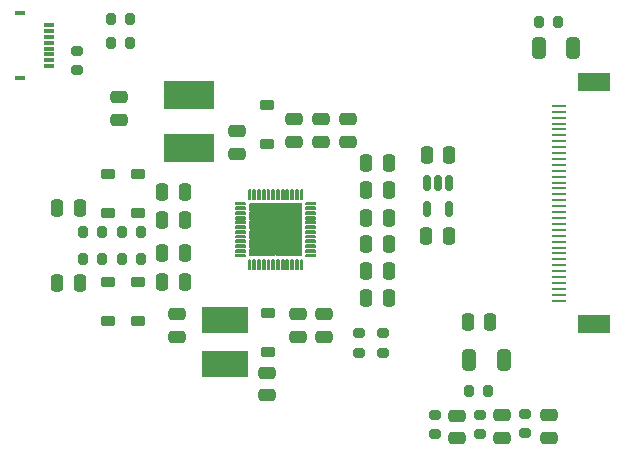
<source format=gtp>
G04 #@! TF.GenerationSoftware,KiCad,Pcbnew,8.0.8*
G04 #@! TF.CreationDate,2025-03-14T23:10:00+01:00*
G04 #@! TF.ProjectId,epdiy-v7-raw,65706469-792d-4763-972d-7261772e6b69,1.1*
G04 #@! TF.SameCoordinates,Original*
G04 #@! TF.FileFunction,Paste,Top*
G04 #@! TF.FilePolarity,Positive*
%FSLAX46Y46*%
G04 Gerber Fmt 4.6, Leading zero omitted, Abs format (unit mm)*
G04 Created by KiCad (PCBNEW 8.0.8) date 2025-03-14 23:10:00*
%MOMM*%
%LPD*%
G01*
G04 APERTURE LIST*
G04 Aperture macros list*
%AMRoundRect*
0 Rectangle with rounded corners*
0 $1 Rounding radius*
0 $2 $3 $4 $5 $6 $7 $8 $9 X,Y pos of 4 corners*
0 Add a 4 corners polygon primitive as box body*
4,1,4,$2,$3,$4,$5,$6,$7,$8,$9,$2,$3,0*
0 Add four circle primitives for the rounded corners*
1,1,$1+$1,$2,$3*
1,1,$1+$1,$4,$5*
1,1,$1+$1,$6,$7*
1,1,$1+$1,$8,$9*
0 Add four rect primitives between the rounded corners*
20,1,$1+$1,$2,$3,$4,$5,0*
20,1,$1+$1,$4,$5,$6,$7,0*
20,1,$1+$1,$6,$7,$8,$9,0*
20,1,$1+$1,$8,$9,$2,$3,0*%
G04 Aperture macros list end*
%ADD10C,0.152400*%
%ADD11RoundRect,0.150000X-0.150000X0.512500X-0.150000X-0.512500X0.150000X-0.512500X0.150000X0.512500X0*%
%ADD12RoundRect,0.225000X-0.375000X0.225000X-0.375000X-0.225000X0.375000X-0.225000X0.375000X0.225000X0*%
%ADD13RoundRect,0.225000X0.375000X-0.225000X0.375000X0.225000X-0.375000X0.225000X-0.375000X-0.225000X0*%
%ADD14RoundRect,0.250000X0.250000X0.475000X-0.250000X0.475000X-0.250000X-0.475000X0.250000X-0.475000X0*%
%ADD15RoundRect,0.249999X-0.325001X-0.650001X0.325001X-0.650001X0.325001X0.650001X-0.325001X0.650001X0*%
%ADD16RoundRect,0.250000X-0.475000X0.250000X-0.475000X-0.250000X0.475000X-0.250000X0.475000X0.250000X0*%
%ADD17RoundRect,0.200000X0.275000X-0.200000X0.275000X0.200000X-0.275000X0.200000X-0.275000X-0.200000X0*%
%ADD18RoundRect,0.200000X-0.200000X-0.275000X0.200000X-0.275000X0.200000X0.275000X-0.200000X0.275000X0*%
%ADD19RoundRect,0.200000X-0.275000X0.200000X-0.275000X-0.200000X0.275000X-0.200000X0.275000X0.200000X0*%
%ADD20RoundRect,0.250000X-0.250000X-0.475000X0.250000X-0.475000X0.250000X0.475000X-0.250000X0.475000X0*%
%ADD21RoundRect,0.200000X0.200000X0.275000X-0.200000X0.275000X-0.200000X-0.275000X0.200000X-0.275000X0*%
%ADD22R,3.900000X2.200000*%
%ADD23R,4.200000X2.400000*%
%ADD24RoundRect,0.250000X0.475000X-0.250000X0.475000X0.250000X-0.475000X0.250000X-0.475000X-0.250000X0*%
%ADD25R,0.850000X0.200000*%
%ADD26R,0.200000X0.850000*%
%ADD27R,4.399999X4.399999*%
%ADD28R,0.838200X0.355600*%
%ADD29R,0.838200X0.406400*%
%ADD30R,2.800000X1.600000*%
%ADD31R,1.300000X0.250000*%
G04 APERTURE END LIST*
D10*
X95931070Y-102043001D02*
X95931070Y-102193000D01*
X95931070Y-102193000D02*
X96731069Y-102193000D01*
X95931070Y-102443000D02*
X95931070Y-102593000D01*
X95931070Y-102593000D02*
X96731069Y-102593000D01*
X95931070Y-102842999D02*
X95931070Y-102992999D01*
X95931070Y-102992999D02*
X96731069Y-102992999D01*
X95931070Y-103243001D02*
X95931070Y-103393001D01*
X95931070Y-103393001D02*
X96731069Y-103393001D01*
X95931070Y-103643000D02*
X95931070Y-103793000D01*
X95931070Y-103793000D02*
X96731069Y-103793000D01*
X95931070Y-104042999D02*
X95931070Y-104192999D01*
X95931070Y-104192999D02*
X96731069Y-104192999D01*
X95931070Y-104443001D02*
X95931070Y-104593001D01*
X95931070Y-104593001D02*
X96731069Y-104593001D01*
X95931070Y-104843000D02*
X95931070Y-104993000D01*
X95931070Y-104993000D02*
X96731069Y-104993000D01*
X95931070Y-105242999D02*
X95931070Y-105392999D01*
X95931070Y-105392999D02*
X96731069Y-105392999D01*
X95931070Y-105642999D02*
X95931070Y-105793001D01*
X95931070Y-105793001D02*
X96731069Y-105793001D01*
X95931070Y-106043000D02*
X95931070Y-106193000D01*
X95931070Y-106193000D02*
X96731069Y-106193000D01*
X95931070Y-106443000D02*
X95931070Y-106592999D01*
X95931070Y-106592999D02*
X96731069Y-106592999D01*
X96731069Y-102043001D02*
X95931070Y-102043001D01*
X96731069Y-102193000D02*
X96731069Y-102043001D01*
X96731069Y-102443000D02*
X95931070Y-102443000D01*
X96731069Y-102593000D02*
X96731069Y-102443000D01*
X96731069Y-102842999D02*
X95931070Y-102842999D01*
X96731069Y-102992999D02*
X96731069Y-102842999D01*
X96731069Y-103243001D02*
X95931070Y-103243001D01*
X96731069Y-103393001D02*
X96731069Y-103243001D01*
X96731069Y-103643000D02*
X95931070Y-103643000D01*
X96731069Y-103793000D02*
X96731069Y-103643000D01*
X96731069Y-104042999D02*
X95931070Y-104042999D01*
X96731069Y-104192999D02*
X96731069Y-104042999D01*
X96731069Y-104443001D02*
X95931070Y-104443001D01*
X96731069Y-104593001D02*
X96731069Y-104443001D01*
X96731069Y-104843000D02*
X95931070Y-104843000D01*
X96731069Y-104993000D02*
X96731069Y-104843000D01*
X96731069Y-105242999D02*
X95931070Y-105242999D01*
X96731069Y-105392999D02*
X96731069Y-105242999D01*
X96731069Y-105642999D02*
X95931070Y-105642999D01*
X96731069Y-105793001D02*
X96731069Y-105642999D01*
X96731069Y-106043000D02*
X95931070Y-106043000D01*
X96731069Y-106193000D02*
X96731069Y-106043000D01*
X96731069Y-106443000D02*
X95931070Y-106443000D01*
X96731069Y-106592999D02*
X96731069Y-106443000D01*
X97031071Y-100943000D02*
X97031071Y-101742999D01*
X97031071Y-101742999D02*
X97181070Y-101742999D01*
X97031071Y-106893001D02*
X97031071Y-107693000D01*
X97031071Y-107693000D02*
X97181070Y-107693000D01*
X97181001Y-102192931D02*
X97181001Y-102643200D01*
X97181001Y-102643200D02*
X97489849Y-102643200D01*
X97181001Y-102843200D02*
X97181001Y-103430600D01*
X97181001Y-103430600D02*
X97489849Y-103430600D01*
X97181001Y-103630600D02*
X97181001Y-104218000D01*
X97181001Y-104218000D02*
X97489849Y-104218000D01*
X97181001Y-104418000D02*
X97181001Y-105005400D01*
X97181001Y-105005400D02*
X97489849Y-105005400D01*
X97181001Y-105205400D02*
X97181001Y-105792800D01*
X97181001Y-105792800D02*
X97489849Y-105792800D01*
X97181001Y-105992800D02*
X97181001Y-106443069D01*
X97181001Y-106443069D02*
X97631270Y-106443069D01*
X97181070Y-100943000D02*
X97031071Y-100943000D01*
X97181070Y-101742999D02*
X97181070Y-100943000D01*
X97181070Y-106893001D02*
X97031071Y-106893001D01*
X97181070Y-107693000D02*
X97181070Y-106893001D01*
X97431070Y-100943000D02*
X97431070Y-101742999D01*
X97431070Y-101742999D02*
X97581070Y-101742999D01*
X97431070Y-106893001D02*
X97431070Y-107693000D01*
X97431070Y-107693000D02*
X97581070Y-107693000D01*
X97489849Y-102643200D02*
X97489849Y-102643200D01*
X97489849Y-102643200D02*
X97631270Y-102501779D01*
X97489849Y-102843200D02*
X97181001Y-102843200D01*
X97489849Y-102843200D02*
X97489849Y-102843200D01*
X97489849Y-103430600D02*
X97489849Y-103430600D01*
X97489849Y-103430600D02*
X97631270Y-103289179D01*
X97489849Y-103630600D02*
X97181001Y-103630600D01*
X97489849Y-103630600D02*
X97489849Y-103630600D01*
X97489849Y-104218000D02*
X97489849Y-104218000D01*
X97489849Y-104218000D02*
X97631270Y-104076579D01*
X97489849Y-104418000D02*
X97181001Y-104418000D01*
X97489849Y-104418000D02*
X97489849Y-104418000D01*
X97489849Y-105005400D02*
X97489849Y-105005400D01*
X97489849Y-105005400D02*
X97631270Y-104863979D01*
X97489849Y-105205400D02*
X97181001Y-105205400D01*
X97489849Y-105205400D02*
X97489849Y-105205400D01*
X97489849Y-105792800D02*
X97489849Y-105792800D01*
X97489849Y-105792800D02*
X97631270Y-105651379D01*
X97489849Y-105992800D02*
X97181001Y-105992800D01*
X97489849Y-105992800D02*
X97489849Y-105992800D01*
X97581070Y-100943000D02*
X97431070Y-100943000D01*
X97581070Y-101742999D02*
X97581070Y-100943000D01*
X97581070Y-106893001D02*
X97431070Y-106893001D01*
X97581070Y-107693000D02*
X97581070Y-106893001D01*
X97631270Y-102192931D02*
X97181001Y-102192931D01*
X97631270Y-102501779D02*
X97631270Y-102192931D01*
X97631270Y-102501779D02*
X97631270Y-102501779D01*
X97631270Y-102984621D02*
X97489849Y-102843200D01*
X97631270Y-102984621D02*
X97631270Y-102984621D01*
X97631270Y-103289179D02*
X97631270Y-102984621D01*
X97631270Y-103289179D02*
X97631270Y-103289179D01*
X97631270Y-103772021D02*
X97489849Y-103630600D01*
X97631270Y-103772021D02*
X97631270Y-103772021D01*
X97631270Y-104076579D02*
X97631270Y-103772021D01*
X97631270Y-104076579D02*
X97631270Y-104076579D01*
X97631270Y-104559421D02*
X97489849Y-104418000D01*
X97631270Y-104559421D02*
X97631270Y-104559421D01*
X97631270Y-104863979D02*
X97631270Y-104559421D01*
X97631270Y-104863979D02*
X97631270Y-104863979D01*
X97631270Y-105346821D02*
X97489849Y-105205400D01*
X97631270Y-105346821D02*
X97631270Y-105346821D01*
X97631270Y-105651379D02*
X97631270Y-105346821D01*
X97631270Y-105651379D02*
X97631270Y-105651379D01*
X97631270Y-106134221D02*
X97489849Y-105992800D01*
X97631270Y-106134221D02*
X97631270Y-106134221D01*
X97631270Y-106443069D02*
X97631270Y-106134221D01*
X97831069Y-100943000D02*
X97831069Y-101742999D01*
X97831069Y-101742999D02*
X97981071Y-101742999D01*
X97831069Y-106893001D02*
X97831069Y-107693000D01*
X97831069Y-107693000D02*
X97981069Y-107693000D01*
X97831270Y-102192931D02*
X97831270Y-102501779D01*
X97831270Y-102501779D02*
X97831270Y-102501779D01*
X97831270Y-102501779D02*
X97972691Y-102643200D01*
X97831270Y-102984621D02*
X97831270Y-102984621D01*
X97831270Y-102984621D02*
X97831270Y-103289179D01*
X97831270Y-103289179D02*
X97831270Y-103289179D01*
X97831270Y-103289179D02*
X97972691Y-103430600D01*
X97831270Y-103772021D02*
X97831270Y-103772021D01*
X97831270Y-103772021D02*
X97831270Y-104076579D01*
X97831270Y-104076579D02*
X97831270Y-104076579D01*
X97831270Y-104076579D02*
X97972691Y-104218000D01*
X97831270Y-104559421D02*
X97831270Y-104559421D01*
X97831270Y-104559421D02*
X97831270Y-104863979D01*
X97831270Y-104863979D02*
X97831270Y-104863979D01*
X97831270Y-104863979D02*
X97972691Y-105005400D01*
X97831270Y-105346821D02*
X97831270Y-105346821D01*
X97831270Y-105346821D02*
X97831270Y-105651379D01*
X97831270Y-105651379D02*
X97831270Y-105651379D01*
X97831270Y-105651379D02*
X97972691Y-105792800D01*
X97831270Y-106134221D02*
X97831270Y-106134221D01*
X97831270Y-106134221D02*
X97831270Y-106443069D01*
X97831270Y-106443069D02*
X98418670Y-106443069D01*
X97972691Y-102643200D02*
X97972691Y-102643200D01*
X97972691Y-102643200D02*
X98277249Y-102643200D01*
X97972691Y-102843200D02*
X97831270Y-102984621D01*
X97972691Y-102843200D02*
X97972691Y-102843200D01*
X97972691Y-103430600D02*
X97972691Y-103430600D01*
X97972691Y-103430600D02*
X98277249Y-103430600D01*
X97972691Y-103630600D02*
X97831270Y-103772021D01*
X97972691Y-103630600D02*
X97972691Y-103630600D01*
X97972691Y-104218000D02*
X97972691Y-104218000D01*
X97972691Y-104218000D02*
X98277249Y-104218000D01*
X97972691Y-104418000D02*
X97831270Y-104559421D01*
X97972691Y-104418000D02*
X97972691Y-104418000D01*
X97972691Y-105005400D02*
X97972691Y-105005400D01*
X97972691Y-105005400D02*
X98277249Y-105005400D01*
X97972691Y-105205400D02*
X97831270Y-105346821D01*
X97972691Y-105205400D02*
X97972691Y-105205400D01*
X97972691Y-105792800D02*
X97972691Y-105792800D01*
X97972691Y-105792800D02*
X98277249Y-105792800D01*
X97972691Y-105992800D02*
X97831270Y-106134221D01*
X97972691Y-105992800D02*
X97972691Y-105992800D01*
X97981069Y-106893001D02*
X97831069Y-106893001D01*
X97981069Y-107693000D02*
X97981069Y-106893001D01*
X97981071Y-100943000D02*
X97831069Y-100943000D01*
X97981071Y-101742999D02*
X97981071Y-100943000D01*
X98231071Y-100943000D02*
X98231071Y-101742999D01*
X98231071Y-101742999D02*
X98381071Y-101742999D01*
X98231071Y-106893001D02*
X98231071Y-107693000D01*
X98231071Y-107693000D02*
X98381071Y-107693000D01*
X98277249Y-102643200D02*
X98277249Y-102643200D01*
X98277249Y-102643200D02*
X98418670Y-102501779D01*
X98277249Y-102843200D02*
X97972691Y-102843200D01*
X98277249Y-102843200D02*
X98277249Y-102843200D01*
X98277249Y-103430600D02*
X98277249Y-103430600D01*
X98277249Y-103430600D02*
X98418670Y-103289179D01*
X98277249Y-103630600D02*
X97972691Y-103630600D01*
X98277249Y-103630600D02*
X98277249Y-103630600D01*
X98277249Y-104218000D02*
X98277249Y-104218000D01*
X98277249Y-104218000D02*
X98418670Y-104076579D01*
X98277249Y-104418000D02*
X97972691Y-104418000D01*
X98277249Y-104418000D02*
X98277249Y-104418000D01*
X98277249Y-105005400D02*
X98277249Y-105005400D01*
X98277249Y-105005400D02*
X98418670Y-104863979D01*
X98277249Y-105205400D02*
X97972691Y-105205400D01*
X98277249Y-105205400D02*
X98277249Y-105205400D01*
X98277249Y-105792800D02*
X98277249Y-105792800D01*
X98277249Y-105792800D02*
X98418670Y-105651379D01*
X98277249Y-105992800D02*
X97972691Y-105992800D01*
X98277249Y-105992800D02*
X98277249Y-105992800D01*
X98381071Y-100943000D02*
X98231071Y-100943000D01*
X98381071Y-101742999D02*
X98381071Y-100943000D01*
X98381071Y-106893001D02*
X98231071Y-106893001D01*
X98381071Y-107693000D02*
X98381071Y-106893001D01*
X98418670Y-102192931D02*
X97831270Y-102192931D01*
X98418670Y-102501779D02*
X98418670Y-102192931D01*
X98418670Y-102501779D02*
X98418670Y-102501779D01*
X98418670Y-102984621D02*
X98277249Y-102843200D01*
X98418670Y-102984621D02*
X98418670Y-102984621D01*
X98418670Y-103289179D02*
X98418670Y-102984621D01*
X98418670Y-103289179D02*
X98418670Y-103289179D01*
X98418670Y-103772021D02*
X98277249Y-103630600D01*
X98418670Y-103772021D02*
X98418670Y-103772021D01*
X98418670Y-104076579D02*
X98418670Y-103772021D01*
X98418670Y-104076579D02*
X98418670Y-104076579D01*
X98418670Y-104559421D02*
X98277249Y-104418000D01*
X98418670Y-104559421D02*
X98418670Y-104559421D01*
X98418670Y-104863979D02*
X98418670Y-104559421D01*
X98418670Y-104863979D02*
X98418670Y-104863979D01*
X98418670Y-105346821D02*
X98277249Y-105205400D01*
X98418670Y-105346821D02*
X98418670Y-105346821D01*
X98418670Y-105651379D02*
X98418670Y-105346821D01*
X98418670Y-105651379D02*
X98418670Y-105651379D01*
X98418670Y-106134221D02*
X98277249Y-105992800D01*
X98418670Y-106134221D02*
X98418670Y-106134221D01*
X98418670Y-106443069D02*
X98418670Y-106134221D01*
X98618670Y-102192931D02*
X98618670Y-102501779D01*
X98618670Y-102501779D02*
X98618670Y-102501779D01*
X98618670Y-102501779D02*
X98760091Y-102643200D01*
X98618670Y-102984621D02*
X98618670Y-102984621D01*
X98618670Y-102984621D02*
X98618670Y-103289179D01*
X98618670Y-103289179D02*
X98618670Y-103289179D01*
X98618670Y-103289179D02*
X98760091Y-103430600D01*
X98618670Y-103772021D02*
X98618670Y-103772021D01*
X98618670Y-103772021D02*
X98618670Y-104076579D01*
X98618670Y-104076579D02*
X98618670Y-104076579D01*
X98618670Y-104076579D02*
X98760091Y-104218000D01*
X98618670Y-104559421D02*
X98618670Y-104559421D01*
X98618670Y-104559421D02*
X98618670Y-104863979D01*
X98618670Y-104863979D02*
X98618670Y-104863979D01*
X98618670Y-104863979D02*
X98760091Y-105005400D01*
X98618670Y-105346821D02*
X98618670Y-105346821D01*
X98618670Y-105346821D02*
X98618670Y-105651379D01*
X98618670Y-105651379D02*
X98618670Y-105651379D01*
X98618670Y-105651379D02*
X98760091Y-105792800D01*
X98618670Y-106134221D02*
X98618670Y-106134221D01*
X98618670Y-106134221D02*
X98618670Y-106443069D01*
X98618670Y-106443069D02*
X99206070Y-106443069D01*
X98631070Y-100943000D02*
X98631070Y-101742999D01*
X98631070Y-101742999D02*
X98781070Y-101742999D01*
X98631070Y-106893001D02*
X98631070Y-107693000D01*
X98631070Y-107693000D02*
X98781070Y-107693000D01*
X98760091Y-102643200D02*
X98760091Y-102643200D01*
X98760091Y-102643200D02*
X99064649Y-102643200D01*
X98760091Y-102843200D02*
X98618670Y-102984621D01*
X98760091Y-102843200D02*
X98760091Y-102843200D01*
X98760091Y-103430600D02*
X98760091Y-103430600D01*
X98760091Y-103430600D02*
X99064649Y-103430600D01*
X98760091Y-103630600D02*
X98618670Y-103772021D01*
X98760091Y-103630600D02*
X98760091Y-103630600D01*
X98760091Y-104218000D02*
X98760091Y-104218000D01*
X98760091Y-104218000D02*
X99064649Y-104218000D01*
X98760091Y-104418000D02*
X98618670Y-104559421D01*
X98760091Y-104418000D02*
X98760091Y-104418000D01*
X98760091Y-105005400D02*
X98760091Y-105005400D01*
X98760091Y-105005400D02*
X99064649Y-105005400D01*
X98760091Y-105205400D02*
X98618670Y-105346821D01*
X98760091Y-105205400D02*
X98760091Y-105205400D01*
X98760091Y-105792800D02*
X98760091Y-105792800D01*
X98760091Y-105792800D02*
X99064649Y-105792800D01*
X98760091Y-105992800D02*
X98618670Y-106134221D01*
X98760091Y-105992800D02*
X98760091Y-105992800D01*
X98781070Y-100943000D02*
X98631070Y-100943000D01*
X98781070Y-101742999D02*
X98781070Y-100943000D01*
X98781070Y-106893001D02*
X98631070Y-106893001D01*
X98781070Y-107693000D02*
X98781070Y-106893001D01*
X99031069Y-100943000D02*
X99031069Y-101742999D01*
X99031069Y-101742999D02*
X99181069Y-101742999D01*
X99031069Y-106893001D02*
X99031069Y-107693000D01*
X99031069Y-107693000D02*
X99181069Y-107693000D01*
X99064649Y-102643200D02*
X99064649Y-102643200D01*
X99064649Y-102643200D02*
X99206070Y-102501779D01*
X99064649Y-102843200D02*
X98760091Y-102843200D01*
X99064649Y-102843200D02*
X99064649Y-102843200D01*
X99064649Y-103430600D02*
X99064649Y-103430600D01*
X99064649Y-103430600D02*
X99206070Y-103289179D01*
X99064649Y-103630600D02*
X98760091Y-103630600D01*
X99064649Y-103630600D02*
X99064649Y-103630600D01*
X99064649Y-104218000D02*
X99064649Y-104218000D01*
X99064649Y-104218000D02*
X99206070Y-104076579D01*
X99064649Y-104418000D02*
X98760091Y-104418000D01*
X99064649Y-104418000D02*
X99064649Y-104418000D01*
X99064649Y-105005400D02*
X99064649Y-105005400D01*
X99064649Y-105005400D02*
X99206070Y-104863979D01*
X99064649Y-105205400D02*
X98760091Y-105205400D01*
X99064649Y-105205400D02*
X99064649Y-105205400D01*
X99064649Y-105792800D02*
X99064649Y-105792800D01*
X99064649Y-105792800D02*
X99206070Y-105651379D01*
X99064649Y-105992800D02*
X98760091Y-105992800D01*
X99064649Y-105992800D02*
X99064649Y-105992800D01*
X99181069Y-100943000D02*
X99031069Y-100943000D01*
X99181069Y-101742999D02*
X99181069Y-100943000D01*
X99181069Y-106893001D02*
X99031069Y-106893001D01*
X99181069Y-107693000D02*
X99181069Y-106893001D01*
X99206070Y-102192931D02*
X98618670Y-102192931D01*
X99206070Y-102501779D02*
X99206070Y-102192931D01*
X99206070Y-102501779D02*
X99206070Y-102501779D01*
X99206070Y-102984621D02*
X99064649Y-102843200D01*
X99206070Y-102984621D02*
X99206070Y-102984621D01*
X99206070Y-103289179D02*
X99206070Y-102984621D01*
X99206070Y-103289179D02*
X99206070Y-103289179D01*
X99206070Y-103772021D02*
X99064649Y-103630600D01*
X99206070Y-103772021D02*
X99206070Y-103772021D01*
X99206070Y-104076579D02*
X99206070Y-103772021D01*
X99206070Y-104076579D02*
X99206070Y-104076579D01*
X99206070Y-104559421D02*
X99064649Y-104418000D01*
X99206070Y-104559421D02*
X99206070Y-104559421D01*
X99206070Y-104863979D02*
X99206070Y-104559421D01*
X99206070Y-104863979D02*
X99206070Y-104863979D01*
X99206070Y-105346821D02*
X99064649Y-105205400D01*
X99206070Y-105346821D02*
X99206070Y-105346821D01*
X99206070Y-105651379D02*
X99206070Y-105346821D01*
X99206070Y-105651379D02*
X99206070Y-105651379D01*
X99206070Y-106134221D02*
X99064649Y-105992800D01*
X99206070Y-106134221D02*
X99206070Y-106134221D01*
X99206070Y-106443069D02*
X99206070Y-106134221D01*
X99406070Y-102192931D02*
X99406070Y-102501779D01*
X99406070Y-102501779D02*
X99406070Y-102501779D01*
X99406070Y-102501779D02*
X99547491Y-102643200D01*
X99406070Y-102984621D02*
X99406070Y-102984621D01*
X99406070Y-102984621D02*
X99406070Y-103289179D01*
X99406070Y-103289179D02*
X99406070Y-103289179D01*
X99406070Y-103289179D02*
X99547491Y-103430600D01*
X99406070Y-103772021D02*
X99406070Y-103772021D01*
X99406070Y-103772021D02*
X99406070Y-104076579D01*
X99406070Y-104076579D02*
X99406070Y-104076579D01*
X99406070Y-104076579D02*
X99547491Y-104218000D01*
X99406070Y-104559421D02*
X99406070Y-104559421D01*
X99406070Y-104559421D02*
X99406070Y-104863979D01*
X99406070Y-104863979D02*
X99406070Y-104863979D01*
X99406070Y-104863979D02*
X99547491Y-105005400D01*
X99406070Y-105346821D02*
X99406070Y-105346821D01*
X99406070Y-105346821D02*
X99406070Y-105651379D01*
X99406070Y-105651379D02*
X99406070Y-105651379D01*
X99406070Y-105651379D02*
X99547491Y-105792800D01*
X99406070Y-106134221D02*
X99406070Y-106134221D01*
X99406070Y-106134221D02*
X99406070Y-106443069D01*
X99406070Y-106443069D02*
X99993470Y-106443069D01*
X99431071Y-100943000D02*
X99431071Y-101742999D01*
X99431071Y-101742999D02*
X99581071Y-101742999D01*
X99431071Y-106893001D02*
X99431071Y-107693000D01*
X99431071Y-107693000D02*
X99581071Y-107693000D01*
X99547491Y-102643200D02*
X99547491Y-102643200D01*
X99547491Y-102643200D02*
X99852049Y-102643200D01*
X99547491Y-102843200D02*
X99406070Y-102984621D01*
X99547491Y-102843200D02*
X99547491Y-102843200D01*
X99547491Y-103430600D02*
X99547491Y-103430600D01*
X99547491Y-103430600D02*
X99852049Y-103430600D01*
X99547491Y-103630600D02*
X99406070Y-103772021D01*
X99547491Y-103630600D02*
X99547491Y-103630600D01*
X99547491Y-104218000D02*
X99547491Y-104218000D01*
X99547491Y-104218000D02*
X99852049Y-104218000D01*
X99547491Y-104418000D02*
X99406070Y-104559421D01*
X99547491Y-104418000D02*
X99547491Y-104418000D01*
X99547491Y-105005400D02*
X99547491Y-105005400D01*
X99547491Y-105005400D02*
X99852049Y-105005400D01*
X99547491Y-105205400D02*
X99406070Y-105346821D01*
X99547491Y-105205400D02*
X99547491Y-105205400D01*
X99547491Y-105792800D02*
X99547491Y-105792800D01*
X99547491Y-105792800D02*
X99852049Y-105792800D01*
X99547491Y-105992800D02*
X99406070Y-106134221D01*
X99547491Y-105992800D02*
X99547491Y-105992800D01*
X99581071Y-100943000D02*
X99431071Y-100943000D01*
X99581071Y-101742999D02*
X99581071Y-100943000D01*
X99581071Y-106893001D02*
X99431071Y-106893001D01*
X99581071Y-107693000D02*
X99581071Y-106893001D01*
X99831070Y-100943000D02*
X99831070Y-101742999D01*
X99831070Y-101742999D02*
X99981070Y-101742999D01*
X99831070Y-106893001D02*
X99831070Y-107693000D01*
X99831070Y-107693000D02*
X99981070Y-107693000D01*
X99852049Y-102643200D02*
X99852049Y-102643200D01*
X99852049Y-102643200D02*
X99993470Y-102501779D01*
X99852049Y-102843200D02*
X99547491Y-102843200D01*
X99852049Y-102843200D02*
X99852049Y-102843200D01*
X99852049Y-103430600D02*
X99852049Y-103430600D01*
X99852049Y-103430600D02*
X99993470Y-103289179D01*
X99852049Y-103630600D02*
X99547491Y-103630600D01*
X99852049Y-103630600D02*
X99852049Y-103630600D01*
X99852049Y-104218000D02*
X99852049Y-104218000D01*
X99852049Y-104218000D02*
X99993470Y-104076579D01*
X99852049Y-104418000D02*
X99547491Y-104418000D01*
X99852049Y-104418000D02*
X99852049Y-104418000D01*
X99852049Y-105005400D02*
X99852049Y-105005400D01*
X99852049Y-105005400D02*
X99993470Y-104863979D01*
X99852049Y-105205400D02*
X99547491Y-105205400D01*
X99852049Y-105205400D02*
X99852049Y-105205400D01*
X99852049Y-105792800D02*
X99852049Y-105792800D01*
X99852049Y-105792800D02*
X99993470Y-105651379D01*
X99852049Y-105992800D02*
X99547491Y-105992800D01*
X99852049Y-105992800D02*
X99852049Y-105992800D01*
X99981070Y-100943000D02*
X99831070Y-100943000D01*
X99981070Y-101742999D02*
X99981070Y-100943000D01*
X99981070Y-106893001D02*
X99831070Y-106893001D01*
X99981070Y-107693000D02*
X99981070Y-106893001D01*
X99993470Y-102192931D02*
X99406070Y-102192931D01*
X99993470Y-102501779D02*
X99993470Y-102192931D01*
X99993470Y-102501779D02*
X99993470Y-102501779D01*
X99993470Y-102984621D02*
X99852049Y-102843200D01*
X99993470Y-102984621D02*
X99993470Y-102984621D01*
X99993470Y-103289179D02*
X99993470Y-102984621D01*
X99993470Y-103289179D02*
X99993470Y-103289179D01*
X99993470Y-103772021D02*
X99852049Y-103630600D01*
X99993470Y-103772021D02*
X99993470Y-103772021D01*
X99993470Y-104076579D02*
X99993470Y-103772021D01*
X99993470Y-104076579D02*
X99993470Y-104076579D01*
X99993470Y-104559421D02*
X99852049Y-104418000D01*
X99993470Y-104559421D02*
X99993470Y-104559421D01*
X99993470Y-104863979D02*
X99993470Y-104559421D01*
X99993470Y-104863979D02*
X99993470Y-104863979D01*
X99993470Y-105346821D02*
X99852049Y-105205400D01*
X99993470Y-105346821D02*
X99993470Y-105346821D01*
X99993470Y-105651379D02*
X99993470Y-105346821D01*
X99993470Y-105651379D02*
X99993470Y-105651379D01*
X99993470Y-106134221D02*
X99852049Y-105992800D01*
X99993470Y-106134221D02*
X99993470Y-106134221D01*
X99993470Y-106443069D02*
X99993470Y-106134221D01*
X100193470Y-102192931D02*
X100193470Y-102501779D01*
X100193470Y-102501779D02*
X100193470Y-102501779D01*
X100193470Y-102501779D02*
X100334891Y-102643200D01*
X100193470Y-102984621D02*
X100193470Y-102984621D01*
X100193470Y-102984621D02*
X100193470Y-103289179D01*
X100193470Y-103289179D02*
X100193470Y-103289179D01*
X100193470Y-103289179D02*
X100334891Y-103430600D01*
X100193470Y-103772021D02*
X100193470Y-103772021D01*
X100193470Y-103772021D02*
X100193470Y-104076579D01*
X100193470Y-104076579D02*
X100193470Y-104076579D01*
X100193470Y-104076579D02*
X100334891Y-104218000D01*
X100193470Y-104559421D02*
X100193470Y-104559421D01*
X100193470Y-104559421D02*
X100193470Y-104863979D01*
X100193470Y-104863979D02*
X100193470Y-104863979D01*
X100193470Y-104863979D02*
X100334891Y-105005400D01*
X100193470Y-105346821D02*
X100193470Y-105346821D01*
X100193470Y-105346821D02*
X100193470Y-105651379D01*
X100193470Y-105651379D02*
X100193470Y-105651379D01*
X100193470Y-105651379D02*
X100334891Y-105792800D01*
X100193470Y-106134221D02*
X100193470Y-106134221D01*
X100193470Y-106134221D02*
X100193470Y-106443069D01*
X100193470Y-106443069D02*
X100780870Y-106443069D01*
X100231069Y-100943000D02*
X100231069Y-101742999D01*
X100231069Y-101742999D02*
X100381069Y-101742999D01*
X100231069Y-106893001D02*
X100231069Y-107693000D01*
X100231069Y-107693000D02*
X100381069Y-107693000D01*
X100334891Y-102643200D02*
X100334891Y-102643200D01*
X100334891Y-102643200D02*
X100639449Y-102643200D01*
X100334891Y-102843200D02*
X100193470Y-102984621D01*
X100334891Y-102843200D02*
X100334891Y-102843200D01*
X100334891Y-103430600D02*
X100334891Y-103430600D01*
X100334891Y-103430600D02*
X100639449Y-103430600D01*
X100334891Y-103630600D02*
X100193470Y-103772021D01*
X100334891Y-103630600D02*
X100334891Y-103630600D01*
X100334891Y-104218000D02*
X100334891Y-104218000D01*
X100334891Y-104218000D02*
X100639449Y-104218000D01*
X100334891Y-104418000D02*
X100193470Y-104559421D01*
X100334891Y-104418000D02*
X100334891Y-104418000D01*
X100334891Y-105005400D02*
X100334891Y-105005400D01*
X100334891Y-105005400D02*
X100639449Y-105005400D01*
X100334891Y-105205400D02*
X100193470Y-105346821D01*
X100334891Y-105205400D02*
X100334891Y-105205400D01*
X100334891Y-105792800D02*
X100334891Y-105792800D01*
X100334891Y-105792800D02*
X100639449Y-105792800D01*
X100334891Y-105992800D02*
X100193470Y-106134221D01*
X100334891Y-105992800D02*
X100334891Y-105992800D01*
X100381069Y-100943000D02*
X100231069Y-100943000D01*
X100381069Y-101742999D02*
X100381069Y-100943000D01*
X100381069Y-106893001D02*
X100231069Y-106893001D01*
X100381069Y-107693000D02*
X100381069Y-106893001D01*
X100631069Y-106893001D02*
X100631069Y-107693000D01*
X100631069Y-107693000D02*
X100781071Y-107693000D01*
X100631071Y-100943000D02*
X100631071Y-101742999D01*
X100631071Y-101742999D02*
X100781071Y-101742999D01*
X100639449Y-102643200D02*
X100639449Y-102643200D01*
X100639449Y-102643200D02*
X100780870Y-102501779D01*
X100639449Y-102843200D02*
X100334891Y-102843200D01*
X100639449Y-102843200D02*
X100639449Y-102843200D01*
X100639449Y-103430600D02*
X100639449Y-103430600D01*
X100639449Y-103430600D02*
X100780870Y-103289179D01*
X100639449Y-103630600D02*
X100334891Y-103630600D01*
X100639449Y-103630600D02*
X100639449Y-103630600D01*
X100639449Y-104218000D02*
X100639449Y-104218000D01*
X100639449Y-104218000D02*
X100780870Y-104076579D01*
X100639449Y-104418000D02*
X100334891Y-104418000D01*
X100639449Y-104418000D02*
X100639449Y-104418000D01*
X100639449Y-105005400D02*
X100639449Y-105005400D01*
X100639449Y-105005400D02*
X100780870Y-104863979D01*
X100639449Y-105205400D02*
X100334891Y-105205400D01*
X100639449Y-105205400D02*
X100639449Y-105205400D01*
X100639449Y-105792800D02*
X100639449Y-105792800D01*
X100639449Y-105792800D02*
X100780870Y-105651379D01*
X100639449Y-105992800D02*
X100334891Y-105992800D01*
X100639449Y-105992800D02*
X100639449Y-105992800D01*
X100780870Y-102192931D02*
X100193470Y-102192931D01*
X100780870Y-102501779D02*
X100780870Y-102192931D01*
X100780870Y-102501779D02*
X100780870Y-102501779D01*
X100780870Y-102984621D02*
X100639449Y-102843200D01*
X100780870Y-102984621D02*
X100780870Y-102984621D01*
X100780870Y-103289179D02*
X100780870Y-102984621D01*
X100780870Y-103289179D02*
X100780870Y-103289179D01*
X100780870Y-103772021D02*
X100639449Y-103630600D01*
X100780870Y-103772021D02*
X100780870Y-103772021D01*
X100780870Y-104076579D02*
X100780870Y-103772021D01*
X100780870Y-104076579D02*
X100780870Y-104076579D01*
X100780870Y-104559421D02*
X100639449Y-104418000D01*
X100780870Y-104559421D02*
X100780870Y-104559421D01*
X100780870Y-104863979D02*
X100780870Y-104559421D01*
X100780870Y-104863979D02*
X100780870Y-104863979D01*
X100780870Y-105346821D02*
X100639449Y-105205400D01*
X100780870Y-105346821D02*
X100780870Y-105346821D01*
X100780870Y-105651379D02*
X100780870Y-105346821D01*
X100780870Y-105651379D02*
X100780870Y-105651379D01*
X100780870Y-106134221D02*
X100639449Y-105992800D01*
X100780870Y-106134221D02*
X100780870Y-106134221D01*
X100780870Y-106443069D02*
X100780870Y-106134221D01*
X100781071Y-100943000D02*
X100631071Y-100943000D01*
X100781071Y-101742999D02*
X100781071Y-100943000D01*
X100781071Y-106893001D02*
X100631069Y-106893001D01*
X100781071Y-107693000D02*
X100781071Y-106893001D01*
X100980870Y-102192931D02*
X100980870Y-102501779D01*
X100980870Y-102501779D02*
X100980870Y-102501779D01*
X100980870Y-102501779D02*
X101122291Y-102643200D01*
X100980870Y-102984621D02*
X100980870Y-102984621D01*
X100980870Y-102984621D02*
X100980870Y-103289179D01*
X100980870Y-103289179D02*
X100980870Y-103289179D01*
X100980870Y-103289179D02*
X101122291Y-103430600D01*
X100980870Y-103772021D02*
X100980870Y-103772021D01*
X100980870Y-103772021D02*
X100980870Y-104076579D01*
X100980870Y-104076579D02*
X100980870Y-104076579D01*
X100980870Y-104076579D02*
X101122291Y-104218000D01*
X100980870Y-104559421D02*
X100980870Y-104559421D01*
X100980870Y-104559421D02*
X100980870Y-104863979D01*
X100980870Y-104863979D02*
X100980870Y-104863979D01*
X100980870Y-104863979D02*
X101122291Y-105005400D01*
X100980870Y-105346821D02*
X100980870Y-105346821D01*
X100980870Y-105346821D02*
X100980870Y-105651379D01*
X100980870Y-105651379D02*
X100980870Y-105651379D01*
X100980870Y-105651379D02*
X101122291Y-105792800D01*
X100980870Y-106134221D02*
X100980870Y-106134221D01*
X100980870Y-106134221D02*
X100980870Y-106443069D01*
X100980870Y-106443069D02*
X101431139Y-106443069D01*
X101031070Y-100943000D02*
X101031070Y-101742999D01*
X101031070Y-101742999D02*
X101181070Y-101742999D01*
X101031070Y-106893001D02*
X101031070Y-107693000D01*
X101031070Y-107693000D02*
X101181070Y-107693000D01*
X101122291Y-102643200D02*
X101122291Y-102643200D01*
X101122291Y-102643200D02*
X101431139Y-102643200D01*
X101122291Y-102843200D02*
X100980870Y-102984621D01*
X101122291Y-102843200D02*
X101122291Y-102843200D01*
X101122291Y-103430600D02*
X101122291Y-103430600D01*
X101122291Y-103430600D02*
X101431139Y-103430600D01*
X101122291Y-103630600D02*
X100980870Y-103772021D01*
X101122291Y-103630600D02*
X101122291Y-103630600D01*
X101122291Y-104218000D02*
X101122291Y-104218000D01*
X101122291Y-104218000D02*
X101431139Y-104218000D01*
X101122291Y-104418000D02*
X100980870Y-104559421D01*
X101122291Y-104418000D02*
X101122291Y-104418000D01*
X101122291Y-105005400D02*
X101122291Y-105005400D01*
X101122291Y-105005400D02*
X101431139Y-105005400D01*
X101122291Y-105205400D02*
X100980870Y-105346821D01*
X101122291Y-105205400D02*
X101122291Y-105205400D01*
X101122291Y-105792800D02*
X101122291Y-105792800D01*
X101122291Y-105792800D02*
X101431139Y-105792800D01*
X101122291Y-105992800D02*
X100980870Y-106134221D01*
X101122291Y-105992800D02*
X101122291Y-105992800D01*
X101181070Y-100943000D02*
X101031070Y-100943000D01*
X101181070Y-101742999D02*
X101181070Y-100943000D01*
X101181070Y-106893001D02*
X101031070Y-106893001D01*
X101181070Y-107693000D02*
X101181070Y-106893001D01*
X101431070Y-100943000D02*
X101431070Y-101742999D01*
X101431070Y-101742999D02*
X101581069Y-101742999D01*
X101431070Y-106893001D02*
X101431070Y-107693000D01*
X101431070Y-107693000D02*
X101581069Y-107693000D01*
X101431139Y-102192931D02*
X100980870Y-102192931D01*
X101431139Y-102643200D02*
X101431139Y-102192931D01*
X101431139Y-102843200D02*
X101122291Y-102843200D01*
X101431139Y-103430600D02*
X101431139Y-102843200D01*
X101431139Y-103630600D02*
X101122291Y-103630600D01*
X101431139Y-104218000D02*
X101431139Y-103630600D01*
X101431139Y-104418000D02*
X101122291Y-104418000D01*
X101431139Y-105005400D02*
X101431139Y-104418000D01*
X101431139Y-105205400D02*
X101122291Y-105205400D01*
X101431139Y-105792800D02*
X101431139Y-105205400D01*
X101431139Y-105992800D02*
X101122291Y-105992800D01*
X101431139Y-106443069D02*
X101431139Y-105992800D01*
X101581069Y-100943000D02*
X101431070Y-100943000D01*
X101581069Y-101742999D02*
X101581069Y-100943000D01*
X101581069Y-106893001D02*
X101431070Y-106893001D01*
X101581069Y-107693000D02*
X101581069Y-106893001D01*
X101881071Y-102043001D02*
X101881071Y-102193000D01*
X101881071Y-102193000D02*
X102681070Y-102193000D01*
X101881071Y-102443000D02*
X101881071Y-102593000D01*
X101881071Y-102593000D02*
X102681070Y-102593000D01*
X101881071Y-102842999D02*
X101881071Y-102993001D01*
X101881071Y-102993001D02*
X102681070Y-102993001D01*
X101881071Y-103243001D02*
X101881071Y-103393001D01*
X101881071Y-103393001D02*
X102681070Y-103393001D01*
X101881071Y-103643000D02*
X101881071Y-103793000D01*
X101881071Y-103793000D02*
X102681070Y-103793000D01*
X101881071Y-104042999D02*
X101881071Y-104192999D01*
X101881071Y-104192999D02*
X102681070Y-104192999D01*
X101881071Y-104443001D02*
X101881071Y-104593001D01*
X101881071Y-104593001D02*
X102681070Y-104593001D01*
X101881071Y-104843000D02*
X101881071Y-104993000D01*
X101881071Y-104993000D02*
X102681070Y-104993000D01*
X101881071Y-105242999D02*
X101881071Y-105392999D01*
X101881071Y-105392999D02*
X102681070Y-105392999D01*
X101881071Y-105643001D02*
X101881071Y-105793001D01*
X101881071Y-105793001D02*
X102681070Y-105793001D01*
X101881071Y-106043000D02*
X101881071Y-106193000D01*
X101881071Y-106193000D02*
X102681070Y-106193000D01*
X101881071Y-106443000D02*
X101881071Y-106592999D01*
X101881071Y-106592999D02*
X102681070Y-106592999D01*
X102681070Y-102043001D02*
X101881071Y-102043001D01*
X102681070Y-102193000D02*
X102681070Y-102043001D01*
X102681070Y-102443000D02*
X101881071Y-102443000D01*
X102681070Y-102593000D02*
X102681070Y-102443000D01*
X102681070Y-102842999D02*
X101881071Y-102842999D01*
X102681070Y-102993001D02*
X102681070Y-102842999D01*
X102681070Y-103243001D02*
X101881071Y-103243001D01*
X102681070Y-103393001D02*
X102681070Y-103243001D01*
X102681070Y-103643000D02*
X101881071Y-103643000D01*
X102681070Y-103793000D02*
X102681070Y-103643000D01*
X102681070Y-104042999D02*
X101881071Y-104042999D01*
X102681070Y-104192999D02*
X102681070Y-104042999D01*
X102681070Y-104443001D02*
X101881071Y-104443001D01*
X102681070Y-104593001D02*
X102681070Y-104443001D01*
X102681070Y-104843000D02*
X101881071Y-104843000D01*
X102681070Y-104993000D02*
X102681070Y-104843000D01*
X102681070Y-105242999D02*
X101881071Y-105242999D01*
X102681070Y-105392999D02*
X102681070Y-105242999D01*
X102681070Y-105643001D02*
X101881071Y-105643001D01*
X102681070Y-105793001D02*
X102681070Y-105643001D01*
X102681070Y-106043000D02*
X101881071Y-106043000D01*
X102681070Y-106193000D02*
X102681070Y-106043000D01*
X102681070Y-106443000D02*
X101881071Y-106443000D01*
X102681070Y-106592999D02*
X102681070Y-106443000D01*
D11*
X114032070Y-100352500D03*
X113082070Y-100352500D03*
X112132070Y-100352500D03*
X112132070Y-102627500D03*
X114032070Y-102627500D03*
D12*
X85082070Y-108764000D03*
X85082070Y-112064000D03*
D13*
X87622070Y-112064000D03*
X87622070Y-108764000D03*
D12*
X85082070Y-99620000D03*
X85082070Y-102920000D03*
D13*
X87622070Y-102920000D03*
X87622070Y-99620000D03*
X98671070Y-114731000D03*
X98671070Y-111431000D03*
D12*
X98544070Y-93778000D03*
X98544070Y-97078000D03*
D14*
X113982070Y-104890000D03*
X112082070Y-104890000D03*
X108892070Y-110160000D03*
X106992070Y-110160000D03*
X117483333Y-112125000D03*
X115583333Y-112125000D03*
D15*
X121575000Y-88925000D03*
X124525000Y-88925000D03*
D16*
X118505000Y-120050000D03*
X118505000Y-121950000D03*
D15*
X115658333Y-115370000D03*
X118608333Y-115370000D03*
D16*
X122432000Y-120047000D03*
X122432000Y-121947000D03*
D17*
X106363270Y-114761600D03*
X106363270Y-113111600D03*
D18*
X121575000Y-86775000D03*
X123225000Y-86775000D03*
D19*
X116575000Y-119997000D03*
X116575000Y-121647000D03*
D18*
X115650000Y-118000000D03*
X117300000Y-118000000D03*
D19*
X120400000Y-119922000D03*
X120400000Y-121572000D03*
X108395270Y-113111600D03*
X108395270Y-114761600D03*
D16*
X105402070Y-94986000D03*
X105402070Y-96886000D03*
D20*
X106992070Y-98730000D03*
X108892070Y-98730000D03*
D21*
X87939070Y-104572000D03*
X86289070Y-104572000D03*
D22*
X94988070Y-115743000D03*
X94988070Y-111943000D03*
D23*
X91940070Y-97424000D03*
X91940070Y-92924000D03*
D21*
X84637070Y-106858000D03*
X82987070Y-106858000D03*
X87939070Y-106858000D03*
X86289070Y-106858000D03*
X84637070Y-104572000D03*
X82987070Y-104572000D03*
D24*
X98544070Y-118349000D03*
X98544070Y-116449000D03*
X103370070Y-113396000D03*
X103370070Y-111496000D03*
D14*
X91620070Y-103556000D03*
X89720070Y-103556000D03*
D20*
X89720070Y-106350000D03*
X91620070Y-106350000D03*
D25*
X102281070Y-106518001D03*
X102281070Y-106117999D03*
X102281070Y-105718000D03*
X102281070Y-105318001D03*
X102281070Y-104917999D03*
X102281070Y-104518000D03*
X102281070Y-104118000D03*
X102281070Y-103718001D03*
X102281070Y-103317999D03*
X102281070Y-102918000D03*
X102281070Y-102518001D03*
X102281070Y-102117999D03*
D26*
X101506071Y-101343000D03*
X101106069Y-101343000D03*
X100706070Y-101343000D03*
X100306071Y-101343000D03*
X99906069Y-101343000D03*
X99506070Y-101343000D03*
X99106070Y-101343000D03*
X98706071Y-101343000D03*
X98306069Y-101343000D03*
X97906070Y-101343000D03*
X97506071Y-101343000D03*
X97106069Y-101343000D03*
D25*
X96331070Y-102117999D03*
X96331070Y-102518001D03*
X96331070Y-102918000D03*
X96331070Y-103317999D03*
X96331070Y-103718001D03*
X96331070Y-104118000D03*
X96331070Y-104518000D03*
X96331070Y-104917999D03*
X96331070Y-105318001D03*
X96331070Y-105718000D03*
X96331070Y-106117999D03*
X96331070Y-106518001D03*
D26*
X97106069Y-107293000D03*
X97506071Y-107293000D03*
X97906070Y-107293000D03*
X98306069Y-107293000D03*
X98706071Y-107293000D03*
X99106070Y-107293000D03*
X99506070Y-107293000D03*
X99906069Y-107293000D03*
X100306071Y-107293000D03*
X100706070Y-107293000D03*
X101106069Y-107293000D03*
X101506071Y-107293000D03*
D27*
X99306070Y-104318000D03*
D14*
X108892070Y-107874000D03*
X106992070Y-107874000D03*
D24*
X96004070Y-97902000D03*
X96004070Y-96002000D03*
D14*
X108892070Y-101016000D03*
X106992070Y-101016000D03*
D20*
X80830070Y-102540000D03*
X82730070Y-102540000D03*
D24*
X100830070Y-96886000D03*
X100830070Y-94986000D03*
D20*
X106992070Y-105588000D03*
X108892070Y-105588000D03*
X89720070Y-101143000D03*
X91620070Y-101143000D03*
D24*
X103116070Y-96886000D03*
X103116070Y-94986000D03*
D20*
X89720070Y-108763000D03*
X91620070Y-108763000D03*
D14*
X82730070Y-108890000D03*
X80830070Y-108890000D03*
X108892070Y-103314700D03*
X106992070Y-103314700D03*
D24*
X101211070Y-113396000D03*
X101211070Y-111496000D03*
D20*
X112132070Y-97990000D03*
X114032070Y-97990000D03*
D16*
X114696000Y-120097000D03*
X114696000Y-121997000D03*
D19*
X112796000Y-119997000D03*
X112796000Y-121647000D03*
D16*
X86032070Y-93140000D03*
X86032070Y-95040000D03*
D24*
X90924070Y-113396000D03*
X90924070Y-111496000D03*
D18*
X85350000Y-88500000D03*
X87000000Y-88500000D03*
D21*
X87000000Y-86500063D03*
X85350000Y-86500063D03*
D28*
X80117800Y-90500441D03*
X80117800Y-90000315D03*
X80117800Y-89500189D03*
X80117800Y-89000063D03*
X80117800Y-88499937D03*
X80117800Y-87999811D03*
X80117800Y-87499685D03*
X80117800Y-86999559D03*
D29*
X77657800Y-86000000D03*
X77657800Y-91500000D03*
D17*
X82500000Y-89175000D03*
X82500000Y-90825000D03*
D30*
X126275000Y-112350000D03*
X126275000Y-91850000D03*
D31*
X123275000Y-110350000D03*
X123275000Y-109850000D03*
X123275000Y-109350000D03*
X123275000Y-108850000D03*
X123275000Y-108350000D03*
X123275000Y-107850000D03*
X123275000Y-107350000D03*
X123275000Y-106850000D03*
X123275000Y-106350000D03*
X123275000Y-105850000D03*
X123275000Y-105350000D03*
X123275000Y-104850000D03*
X123275000Y-104350000D03*
X123275000Y-103850000D03*
X123275000Y-103350000D03*
X123275000Y-102850000D03*
X123275000Y-102350000D03*
X123275000Y-101850000D03*
X123275000Y-101350000D03*
X123275000Y-100850000D03*
X123275000Y-100350000D03*
X123275000Y-99850000D03*
X123275000Y-99350000D03*
X123275000Y-98850000D03*
X123275000Y-98350000D03*
X123275000Y-97850000D03*
X123275000Y-97350000D03*
X123275000Y-96850000D03*
X123275000Y-96350000D03*
X123275000Y-95850000D03*
X123275000Y-95350000D03*
X123275000Y-94850000D03*
X123275000Y-94350000D03*
X123275000Y-93850000D03*
M02*

</source>
